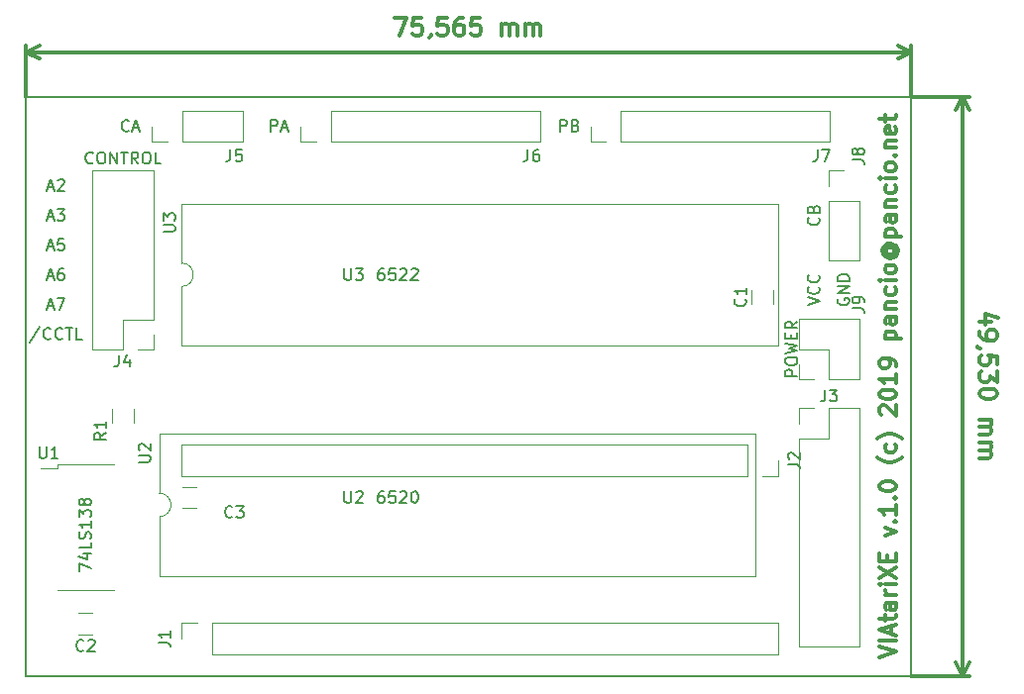
<source format=gbr>
G04 #@! TF.GenerationSoftware,KiCad,Pcbnew,5.0.2-bee76a0~70~ubuntu16.04.1*
G04 #@! TF.CreationDate,2019-06-09T20:50:42+02:00*
G04 #@! TF.ProjectId,VIAxe,56494178-652e-46b6-9963-61645f706362,rev?*
G04 #@! TF.SameCoordinates,Original*
G04 #@! TF.FileFunction,Legend,Top*
G04 #@! TF.FilePolarity,Positive*
%FSLAX46Y46*%
G04 Gerber Fmt 4.6, Leading zero omitted, Abs format (unit mm)*
G04 Created by KiCad (PCBNEW 5.0.2-bee76a0~70~ubuntu16.04.1) date nie, 9 cze 2019, 20:50:42*
%MOMM*%
%LPD*%
G01*
G04 APERTURE LIST*
%ADD10C,0.300000*%
%ADD11C,0.200000*%
%ADD12C,0.120000*%
%ADD13C,0.150000*%
G04 APERTURE END LIST*
D10*
X63881785Y-42798571D02*
X64881785Y-42798571D01*
X64238928Y-44298571D01*
X66167500Y-42798571D02*
X65453214Y-42798571D01*
X65381785Y-43512857D01*
X65453214Y-43441428D01*
X65596071Y-43370000D01*
X65953214Y-43370000D01*
X66096071Y-43441428D01*
X66167500Y-43512857D01*
X66238928Y-43655714D01*
X66238928Y-44012857D01*
X66167500Y-44155714D01*
X66096071Y-44227142D01*
X65953214Y-44298571D01*
X65596071Y-44298571D01*
X65453214Y-44227142D01*
X65381785Y-44155714D01*
X66953214Y-44227142D02*
X66953214Y-44298571D01*
X66881785Y-44441428D01*
X66810357Y-44512857D01*
X68310357Y-42798571D02*
X67596071Y-42798571D01*
X67524642Y-43512857D01*
X67596071Y-43441428D01*
X67738928Y-43370000D01*
X68096071Y-43370000D01*
X68238928Y-43441428D01*
X68310357Y-43512857D01*
X68381785Y-43655714D01*
X68381785Y-44012857D01*
X68310357Y-44155714D01*
X68238928Y-44227142D01*
X68096071Y-44298571D01*
X67738928Y-44298571D01*
X67596071Y-44227142D01*
X67524642Y-44155714D01*
X69667500Y-42798571D02*
X69381785Y-42798571D01*
X69238928Y-42870000D01*
X69167500Y-42941428D01*
X69024642Y-43155714D01*
X68953214Y-43441428D01*
X68953214Y-44012857D01*
X69024642Y-44155714D01*
X69096071Y-44227142D01*
X69238928Y-44298571D01*
X69524642Y-44298571D01*
X69667500Y-44227142D01*
X69738928Y-44155714D01*
X69810357Y-44012857D01*
X69810357Y-43655714D01*
X69738928Y-43512857D01*
X69667500Y-43441428D01*
X69524642Y-43370000D01*
X69238928Y-43370000D01*
X69096071Y-43441428D01*
X69024642Y-43512857D01*
X68953214Y-43655714D01*
X71167500Y-42798571D02*
X70453214Y-42798571D01*
X70381785Y-43512857D01*
X70453214Y-43441428D01*
X70596071Y-43370000D01*
X70953214Y-43370000D01*
X71096071Y-43441428D01*
X71167500Y-43512857D01*
X71238928Y-43655714D01*
X71238928Y-44012857D01*
X71167500Y-44155714D01*
X71096071Y-44227142D01*
X70953214Y-44298571D01*
X70596071Y-44298571D01*
X70453214Y-44227142D01*
X70381785Y-44155714D01*
X73024642Y-44298571D02*
X73024642Y-43298571D01*
X73024642Y-43441428D02*
X73096071Y-43370000D01*
X73238928Y-43298571D01*
X73453214Y-43298571D01*
X73596071Y-43370000D01*
X73667500Y-43512857D01*
X73667500Y-44298571D01*
X73667500Y-43512857D02*
X73738928Y-43370000D01*
X73881785Y-43298571D01*
X74096071Y-43298571D01*
X74238928Y-43370000D01*
X74310357Y-43512857D01*
X74310357Y-44298571D01*
X75024642Y-44298571D02*
X75024642Y-43298571D01*
X75024642Y-43441428D02*
X75096071Y-43370000D01*
X75238928Y-43298571D01*
X75453214Y-43298571D01*
X75596071Y-43370000D01*
X75667500Y-43512857D01*
X75667500Y-44298571D01*
X75667500Y-43512857D02*
X75738928Y-43370000D01*
X75881785Y-43298571D01*
X76096071Y-43298571D01*
X76238928Y-43370000D01*
X76310357Y-43512857D01*
X76310357Y-44298571D01*
X32385000Y-45720000D02*
X107950000Y-45720000D01*
X32385000Y-49530000D02*
X32385000Y-45133579D01*
X107950000Y-49530000D02*
X107950000Y-45133579D01*
X107950000Y-45720000D02*
X106823496Y-46306421D01*
X107950000Y-45720000D02*
X106823496Y-45133579D01*
X32385000Y-45720000D02*
X33511504Y-46306421D01*
X32385000Y-45720000D02*
X33511504Y-45133579D01*
X114816428Y-68795000D02*
X113816428Y-68795000D01*
X115387857Y-68437857D02*
X114316428Y-68080714D01*
X114316428Y-69009285D01*
X113816428Y-69652142D02*
X113816428Y-69937857D01*
X113887857Y-70080714D01*
X113959285Y-70152142D01*
X114173571Y-70295000D01*
X114459285Y-70366428D01*
X115030714Y-70366428D01*
X115173571Y-70295000D01*
X115245000Y-70223571D01*
X115316428Y-70080714D01*
X115316428Y-69795000D01*
X115245000Y-69652142D01*
X115173571Y-69580714D01*
X115030714Y-69509285D01*
X114673571Y-69509285D01*
X114530714Y-69580714D01*
X114459285Y-69652142D01*
X114387857Y-69795000D01*
X114387857Y-70080714D01*
X114459285Y-70223571D01*
X114530714Y-70295000D01*
X114673571Y-70366428D01*
X113887857Y-71080714D02*
X113816428Y-71080714D01*
X113673571Y-71009285D01*
X113602142Y-70937857D01*
X115316428Y-72437857D02*
X115316428Y-71723571D01*
X114602142Y-71652142D01*
X114673571Y-71723571D01*
X114745000Y-71866428D01*
X114745000Y-72223571D01*
X114673571Y-72366428D01*
X114602142Y-72437857D01*
X114459285Y-72509285D01*
X114102142Y-72509285D01*
X113959285Y-72437857D01*
X113887857Y-72366428D01*
X113816428Y-72223571D01*
X113816428Y-71866428D01*
X113887857Y-71723571D01*
X113959285Y-71652142D01*
X115316428Y-73009285D02*
X115316428Y-73937857D01*
X114745000Y-73437857D01*
X114745000Y-73652142D01*
X114673571Y-73795000D01*
X114602142Y-73866428D01*
X114459285Y-73937857D01*
X114102142Y-73937857D01*
X113959285Y-73866428D01*
X113887857Y-73795000D01*
X113816428Y-73652142D01*
X113816428Y-73223571D01*
X113887857Y-73080714D01*
X113959285Y-73009285D01*
X115316428Y-74866428D02*
X115316428Y-75009285D01*
X115245000Y-75152142D01*
X115173571Y-75223571D01*
X115030714Y-75295000D01*
X114745000Y-75366428D01*
X114387857Y-75366428D01*
X114102142Y-75295000D01*
X113959285Y-75223571D01*
X113887857Y-75152142D01*
X113816428Y-75009285D01*
X113816428Y-74866428D01*
X113887857Y-74723571D01*
X113959285Y-74652142D01*
X114102142Y-74580714D01*
X114387857Y-74509285D01*
X114745000Y-74509285D01*
X115030714Y-74580714D01*
X115173571Y-74652142D01*
X115245000Y-74723571D01*
X115316428Y-74866428D01*
X113816428Y-77152142D02*
X114816428Y-77152142D01*
X114673571Y-77152142D02*
X114745000Y-77223571D01*
X114816428Y-77366428D01*
X114816428Y-77580714D01*
X114745000Y-77723571D01*
X114602142Y-77795000D01*
X113816428Y-77795000D01*
X114602142Y-77795000D02*
X114745000Y-77866428D01*
X114816428Y-78009285D01*
X114816428Y-78223571D01*
X114745000Y-78366428D01*
X114602142Y-78437857D01*
X113816428Y-78437857D01*
X113816428Y-79152142D02*
X114816428Y-79152142D01*
X114673571Y-79152142D02*
X114745000Y-79223571D01*
X114816428Y-79366428D01*
X114816428Y-79580714D01*
X114745000Y-79723571D01*
X114602142Y-79795000D01*
X113816428Y-79795000D01*
X114602142Y-79795000D02*
X114745000Y-79866428D01*
X114816428Y-80009285D01*
X114816428Y-80223571D01*
X114745000Y-80366428D01*
X114602142Y-80437857D01*
X113816428Y-80437857D01*
X112395000Y-49530000D02*
X112395000Y-99060000D01*
X107950000Y-49530000D02*
X112981421Y-49530000D01*
X107950000Y-99060000D02*
X112981421Y-99060000D01*
X112395000Y-99060000D02*
X111808579Y-97933496D01*
X112395000Y-99060000D02*
X112981421Y-97933496D01*
X112395000Y-49530000D02*
X111808579Y-50656504D01*
X112395000Y-49530000D02*
X112981421Y-50656504D01*
D11*
X101735000Y-66801904D02*
X101687380Y-66897142D01*
X101687380Y-67040000D01*
X101735000Y-67182857D01*
X101830238Y-67278095D01*
X101925476Y-67325714D01*
X102115952Y-67373333D01*
X102258809Y-67373333D01*
X102449285Y-67325714D01*
X102544523Y-67278095D01*
X102639761Y-67182857D01*
X102687380Y-67040000D01*
X102687380Y-66944761D01*
X102639761Y-66801904D01*
X102592142Y-66754285D01*
X102258809Y-66754285D01*
X102258809Y-66944761D01*
X102687380Y-66325714D02*
X101687380Y-66325714D01*
X102687380Y-65754285D01*
X101687380Y-65754285D01*
X102687380Y-65278095D02*
X101687380Y-65278095D01*
X101687380Y-65040000D01*
X101735000Y-64897142D01*
X101830238Y-64801904D01*
X101925476Y-64754285D01*
X102115952Y-64706666D01*
X102258809Y-64706666D01*
X102449285Y-64754285D01*
X102544523Y-64801904D01*
X102639761Y-64897142D01*
X102687380Y-65040000D01*
X102687380Y-65278095D01*
X99147380Y-67373333D02*
X100147380Y-67040000D01*
X99147380Y-66706666D01*
X100052142Y-65801904D02*
X100099761Y-65849523D01*
X100147380Y-65992380D01*
X100147380Y-66087619D01*
X100099761Y-66230476D01*
X100004523Y-66325714D01*
X99909285Y-66373333D01*
X99718809Y-66420952D01*
X99575952Y-66420952D01*
X99385476Y-66373333D01*
X99290238Y-66325714D01*
X99195000Y-66230476D01*
X99147380Y-66087619D01*
X99147380Y-65992380D01*
X99195000Y-65849523D01*
X99242619Y-65801904D01*
X100052142Y-64801904D02*
X100099761Y-64849523D01*
X100147380Y-64992380D01*
X100147380Y-65087619D01*
X100099761Y-65230476D01*
X100004523Y-65325714D01*
X99909285Y-65373333D01*
X99718809Y-65420952D01*
X99575952Y-65420952D01*
X99385476Y-65373333D01*
X99290238Y-65325714D01*
X99195000Y-65230476D01*
X99147380Y-65087619D01*
X99147380Y-64992380D01*
X99195000Y-64849523D01*
X99242619Y-64801904D01*
X32385000Y-99060000D02*
X32385000Y-49530000D01*
X107950000Y-99060000D02*
X32385000Y-99060000D01*
X107950000Y-49530000D02*
X107950000Y-99060000D01*
X32385000Y-49530000D02*
X107950000Y-49530000D01*
D10*
X105278333Y-97461666D02*
X106678333Y-96995000D01*
X105278333Y-96528333D01*
X106678333Y-96061666D02*
X105278333Y-96061666D01*
X106278333Y-95461666D02*
X106278333Y-94795000D01*
X106678333Y-95595000D02*
X105278333Y-95128333D01*
X106678333Y-94661666D01*
X105745000Y-94395000D02*
X105745000Y-93861666D01*
X105278333Y-94195000D02*
X106478333Y-94195000D01*
X106611666Y-94128333D01*
X106678333Y-93995000D01*
X106678333Y-93861666D01*
X106678333Y-92795000D02*
X105945000Y-92795000D01*
X105811666Y-92861666D01*
X105745000Y-92995000D01*
X105745000Y-93261666D01*
X105811666Y-93395000D01*
X106611666Y-92795000D02*
X106678333Y-92928333D01*
X106678333Y-93261666D01*
X106611666Y-93395000D01*
X106478333Y-93461666D01*
X106345000Y-93461666D01*
X106211666Y-93395000D01*
X106145000Y-93261666D01*
X106145000Y-92928333D01*
X106078333Y-92795000D01*
X106678333Y-92128333D02*
X105745000Y-92128333D01*
X106011666Y-92128333D02*
X105878333Y-92061666D01*
X105811666Y-91995000D01*
X105745000Y-91861666D01*
X105745000Y-91728333D01*
X106678333Y-91261666D02*
X105745000Y-91261666D01*
X105278333Y-91261666D02*
X105345000Y-91328333D01*
X105411666Y-91261666D01*
X105345000Y-91195000D01*
X105278333Y-91261666D01*
X105411666Y-91261666D01*
X105278333Y-90728333D02*
X106678333Y-89795000D01*
X105278333Y-89795000D02*
X106678333Y-90728333D01*
X105945000Y-89261666D02*
X105945000Y-88795000D01*
X106678333Y-88595000D02*
X106678333Y-89261666D01*
X105278333Y-89261666D01*
X105278333Y-88595000D01*
X105745000Y-87061666D02*
X106678333Y-86728333D01*
X105745000Y-86395000D01*
X106545000Y-85861666D02*
X106611666Y-85795000D01*
X106678333Y-85861666D01*
X106611666Y-85928333D01*
X106545000Y-85861666D01*
X106678333Y-85861666D01*
X106678333Y-84461666D02*
X106678333Y-85261666D01*
X106678333Y-84861666D02*
X105278333Y-84861666D01*
X105478333Y-84995000D01*
X105611666Y-85128333D01*
X105678333Y-85261666D01*
X106545000Y-83861666D02*
X106611666Y-83795000D01*
X106678333Y-83861666D01*
X106611666Y-83928333D01*
X106545000Y-83861666D01*
X106678333Y-83861666D01*
X105278333Y-82928333D02*
X105278333Y-82795000D01*
X105345000Y-82661666D01*
X105411666Y-82595000D01*
X105545000Y-82528333D01*
X105811666Y-82461666D01*
X106145000Y-82461666D01*
X106411666Y-82528333D01*
X106545000Y-82595000D01*
X106611666Y-82661666D01*
X106678333Y-82795000D01*
X106678333Y-82928333D01*
X106611666Y-83061666D01*
X106545000Y-83128333D01*
X106411666Y-83195000D01*
X106145000Y-83261666D01*
X105811666Y-83261666D01*
X105545000Y-83195000D01*
X105411666Y-83128333D01*
X105345000Y-83061666D01*
X105278333Y-82928333D01*
X107211666Y-80395000D02*
X107145000Y-80461666D01*
X106945000Y-80595000D01*
X106811666Y-80661666D01*
X106611666Y-80728333D01*
X106278333Y-80795000D01*
X106011666Y-80795000D01*
X105678333Y-80728333D01*
X105478333Y-80661666D01*
X105345000Y-80595000D01*
X105145000Y-80461666D01*
X105078333Y-80395000D01*
X106611666Y-79261666D02*
X106678333Y-79395000D01*
X106678333Y-79661666D01*
X106611666Y-79795000D01*
X106545000Y-79861666D01*
X106411666Y-79928333D01*
X106011666Y-79928333D01*
X105878333Y-79861666D01*
X105811666Y-79795000D01*
X105745000Y-79661666D01*
X105745000Y-79395000D01*
X105811666Y-79261666D01*
X107211666Y-78795000D02*
X107145000Y-78728333D01*
X106945000Y-78595000D01*
X106811666Y-78528333D01*
X106611666Y-78461666D01*
X106278333Y-78395000D01*
X106011666Y-78395000D01*
X105678333Y-78461666D01*
X105478333Y-78528333D01*
X105345000Y-78595000D01*
X105145000Y-78728333D01*
X105078333Y-78795000D01*
X105411666Y-76728333D02*
X105345000Y-76661666D01*
X105278333Y-76528333D01*
X105278333Y-76195000D01*
X105345000Y-76061666D01*
X105411666Y-75995000D01*
X105545000Y-75928333D01*
X105678333Y-75928333D01*
X105878333Y-75995000D01*
X106678333Y-76795000D01*
X106678333Y-75928333D01*
X105278333Y-75061666D02*
X105278333Y-74928333D01*
X105345000Y-74795000D01*
X105411666Y-74728333D01*
X105545000Y-74661666D01*
X105811666Y-74595000D01*
X106145000Y-74595000D01*
X106411666Y-74661666D01*
X106545000Y-74728333D01*
X106611666Y-74795000D01*
X106678333Y-74928333D01*
X106678333Y-75061666D01*
X106611666Y-75195000D01*
X106545000Y-75261666D01*
X106411666Y-75328333D01*
X106145000Y-75395000D01*
X105811666Y-75395000D01*
X105545000Y-75328333D01*
X105411666Y-75261666D01*
X105345000Y-75195000D01*
X105278333Y-75061666D01*
X106678333Y-73261666D02*
X106678333Y-74061666D01*
X106678333Y-73661666D02*
X105278333Y-73661666D01*
X105478333Y-73795000D01*
X105611666Y-73928333D01*
X105678333Y-74061666D01*
X106678333Y-72595000D02*
X106678333Y-72328333D01*
X106611666Y-72195000D01*
X106545000Y-72128333D01*
X106345000Y-71995000D01*
X106078333Y-71928333D01*
X105545000Y-71928333D01*
X105411666Y-71995000D01*
X105345000Y-72061666D01*
X105278333Y-72195000D01*
X105278333Y-72461666D01*
X105345000Y-72595000D01*
X105411666Y-72661666D01*
X105545000Y-72728333D01*
X105878333Y-72728333D01*
X106011666Y-72661666D01*
X106078333Y-72595000D01*
X106145000Y-72461666D01*
X106145000Y-72195000D01*
X106078333Y-72061666D01*
X106011666Y-71995000D01*
X105878333Y-71928333D01*
X105745000Y-70261666D02*
X107145000Y-70261666D01*
X105811666Y-70261666D02*
X105745000Y-70128333D01*
X105745000Y-69861666D01*
X105811666Y-69728333D01*
X105878333Y-69661666D01*
X106011666Y-69595000D01*
X106411666Y-69595000D01*
X106545000Y-69661666D01*
X106611666Y-69728333D01*
X106678333Y-69861666D01*
X106678333Y-70128333D01*
X106611666Y-70261666D01*
X106678333Y-68395000D02*
X105945000Y-68395000D01*
X105811666Y-68461666D01*
X105745000Y-68595000D01*
X105745000Y-68861666D01*
X105811666Y-68995000D01*
X106611666Y-68395000D02*
X106678333Y-68528333D01*
X106678333Y-68861666D01*
X106611666Y-68995000D01*
X106478333Y-69061666D01*
X106345000Y-69061666D01*
X106211666Y-68995000D01*
X106145000Y-68861666D01*
X106145000Y-68528333D01*
X106078333Y-68395000D01*
X105745000Y-67728333D02*
X106678333Y-67728333D01*
X105878333Y-67728333D02*
X105811666Y-67661666D01*
X105745000Y-67528333D01*
X105745000Y-67328333D01*
X105811666Y-67195000D01*
X105945000Y-67128333D01*
X106678333Y-67128333D01*
X106611666Y-65861666D02*
X106678333Y-65995000D01*
X106678333Y-66261666D01*
X106611666Y-66395000D01*
X106545000Y-66461666D01*
X106411666Y-66528333D01*
X106011666Y-66528333D01*
X105878333Y-66461666D01*
X105811666Y-66395000D01*
X105745000Y-66261666D01*
X105745000Y-65995000D01*
X105811666Y-65861666D01*
X106678333Y-65261666D02*
X105745000Y-65261666D01*
X105278333Y-65261666D02*
X105345000Y-65328333D01*
X105411666Y-65261666D01*
X105345000Y-65195000D01*
X105278333Y-65261666D01*
X105411666Y-65261666D01*
X106678333Y-64395000D02*
X106611666Y-64528333D01*
X106545000Y-64595000D01*
X106411666Y-64661666D01*
X106011666Y-64661666D01*
X105878333Y-64595000D01*
X105811666Y-64528333D01*
X105745000Y-64395000D01*
X105745000Y-64195000D01*
X105811666Y-64061666D01*
X105878333Y-63995000D01*
X106011666Y-63928333D01*
X106411666Y-63928333D01*
X106545000Y-63995000D01*
X106611666Y-64061666D01*
X106678333Y-64195000D01*
X106678333Y-64395000D01*
X106011666Y-62461666D02*
X105945000Y-62528333D01*
X105878333Y-62661666D01*
X105878333Y-62795000D01*
X105945000Y-62928333D01*
X106011666Y-62995000D01*
X106145000Y-63061666D01*
X106278333Y-63061666D01*
X106411666Y-62995000D01*
X106478333Y-62928333D01*
X106545000Y-62795000D01*
X106545000Y-62661666D01*
X106478333Y-62528333D01*
X106411666Y-62461666D01*
X105878333Y-62461666D02*
X106411666Y-62461666D01*
X106478333Y-62395000D01*
X106478333Y-62328333D01*
X106411666Y-62195000D01*
X106278333Y-62128333D01*
X105945000Y-62128333D01*
X105745000Y-62261666D01*
X105611666Y-62461666D01*
X105545000Y-62728333D01*
X105611666Y-62995000D01*
X105745000Y-63195000D01*
X105945000Y-63328333D01*
X106211666Y-63395000D01*
X106478333Y-63328333D01*
X106678333Y-63195000D01*
X106811666Y-62995000D01*
X106878333Y-62728333D01*
X106811666Y-62461666D01*
X106678333Y-62261666D01*
X105745000Y-61528333D02*
X107145000Y-61528333D01*
X105811666Y-61528333D02*
X105745000Y-61395000D01*
X105745000Y-61128333D01*
X105811666Y-60995000D01*
X105878333Y-60928333D01*
X106011666Y-60861666D01*
X106411666Y-60861666D01*
X106545000Y-60928333D01*
X106611666Y-60995000D01*
X106678333Y-61128333D01*
X106678333Y-61395000D01*
X106611666Y-61528333D01*
X106678333Y-59661666D02*
X105945000Y-59661666D01*
X105811666Y-59728333D01*
X105745000Y-59861666D01*
X105745000Y-60128333D01*
X105811666Y-60261666D01*
X106611666Y-59661666D02*
X106678333Y-59795000D01*
X106678333Y-60128333D01*
X106611666Y-60261666D01*
X106478333Y-60328333D01*
X106345000Y-60328333D01*
X106211666Y-60261666D01*
X106145000Y-60128333D01*
X106145000Y-59795000D01*
X106078333Y-59661666D01*
X105745000Y-58995000D02*
X106678333Y-58995000D01*
X105878333Y-58995000D02*
X105811666Y-58928333D01*
X105745000Y-58795000D01*
X105745000Y-58595000D01*
X105811666Y-58461666D01*
X105945000Y-58395000D01*
X106678333Y-58395000D01*
X106611666Y-57128333D02*
X106678333Y-57261666D01*
X106678333Y-57528333D01*
X106611666Y-57661666D01*
X106545000Y-57728333D01*
X106411666Y-57795000D01*
X106011666Y-57795000D01*
X105878333Y-57728333D01*
X105811666Y-57661666D01*
X105745000Y-57528333D01*
X105745000Y-57261666D01*
X105811666Y-57128333D01*
X106678333Y-56528333D02*
X105745000Y-56528333D01*
X105278333Y-56528333D02*
X105345000Y-56595000D01*
X105411666Y-56528333D01*
X105345000Y-56461666D01*
X105278333Y-56528333D01*
X105411666Y-56528333D01*
X106678333Y-55661666D02*
X106611666Y-55795000D01*
X106545000Y-55861666D01*
X106411666Y-55928333D01*
X106011666Y-55928333D01*
X105878333Y-55861666D01*
X105811666Y-55795000D01*
X105745000Y-55661666D01*
X105745000Y-55461666D01*
X105811666Y-55328333D01*
X105878333Y-55261666D01*
X106011666Y-55195000D01*
X106411666Y-55195000D01*
X106545000Y-55261666D01*
X106611666Y-55328333D01*
X106678333Y-55461666D01*
X106678333Y-55661666D01*
X106545000Y-54595000D02*
X106611666Y-54528333D01*
X106678333Y-54595000D01*
X106611666Y-54661666D01*
X106545000Y-54595000D01*
X106678333Y-54595000D01*
X105745000Y-53928333D02*
X106678333Y-53928333D01*
X105878333Y-53928333D02*
X105811666Y-53861666D01*
X105745000Y-53728333D01*
X105745000Y-53528333D01*
X105811666Y-53395000D01*
X105945000Y-53328333D01*
X106678333Y-53328333D01*
X106611666Y-52128333D02*
X106678333Y-52261666D01*
X106678333Y-52528333D01*
X106611666Y-52661666D01*
X106478333Y-52728333D01*
X105945000Y-52728333D01*
X105811666Y-52661666D01*
X105745000Y-52528333D01*
X105745000Y-52261666D01*
X105811666Y-52128333D01*
X105945000Y-52061666D01*
X106078333Y-52061666D01*
X106211666Y-52728333D01*
X105745000Y-51661666D02*
X105745000Y-51128333D01*
X105278333Y-51461666D02*
X106478333Y-51461666D01*
X106611666Y-51395000D01*
X106678333Y-51261666D01*
X106678333Y-51128333D01*
D11*
X34210714Y-67476666D02*
X34686904Y-67476666D01*
X34115476Y-67762380D02*
X34448809Y-66762380D01*
X34782142Y-67762380D01*
X35020238Y-66762380D02*
X35686904Y-66762380D01*
X35258333Y-67762380D01*
X33567857Y-69254761D02*
X32710714Y-70540476D01*
X34472619Y-70207142D02*
X34425000Y-70254761D01*
X34282142Y-70302380D01*
X34186904Y-70302380D01*
X34044047Y-70254761D01*
X33948809Y-70159523D01*
X33901190Y-70064285D01*
X33853571Y-69873809D01*
X33853571Y-69730952D01*
X33901190Y-69540476D01*
X33948809Y-69445238D01*
X34044047Y-69350000D01*
X34186904Y-69302380D01*
X34282142Y-69302380D01*
X34425000Y-69350000D01*
X34472619Y-69397619D01*
X35472619Y-70207142D02*
X35425000Y-70254761D01*
X35282142Y-70302380D01*
X35186904Y-70302380D01*
X35044047Y-70254761D01*
X34948809Y-70159523D01*
X34901190Y-70064285D01*
X34853571Y-69873809D01*
X34853571Y-69730952D01*
X34901190Y-69540476D01*
X34948809Y-69445238D01*
X35044047Y-69350000D01*
X35186904Y-69302380D01*
X35282142Y-69302380D01*
X35425000Y-69350000D01*
X35472619Y-69397619D01*
X35758333Y-69302380D02*
X36329761Y-69302380D01*
X36044047Y-70302380D02*
X36044047Y-69302380D01*
X37139285Y-70302380D02*
X36663095Y-70302380D01*
X36663095Y-69302380D01*
X34210714Y-62396666D02*
X34686904Y-62396666D01*
X34115476Y-62682380D02*
X34448809Y-61682380D01*
X34782142Y-62682380D01*
X35591666Y-61682380D02*
X35115476Y-61682380D01*
X35067857Y-62158571D01*
X35115476Y-62110952D01*
X35210714Y-62063333D01*
X35448809Y-62063333D01*
X35544047Y-62110952D01*
X35591666Y-62158571D01*
X35639285Y-62253809D01*
X35639285Y-62491904D01*
X35591666Y-62587142D01*
X35544047Y-62634761D01*
X35448809Y-62682380D01*
X35210714Y-62682380D01*
X35115476Y-62634761D01*
X35067857Y-62587142D01*
X34210714Y-64936666D02*
X34686904Y-64936666D01*
X34115476Y-65222380D02*
X34448809Y-64222380D01*
X34782142Y-65222380D01*
X35544047Y-64222380D02*
X35353571Y-64222380D01*
X35258333Y-64270000D01*
X35210714Y-64317619D01*
X35115476Y-64460476D01*
X35067857Y-64650952D01*
X35067857Y-65031904D01*
X35115476Y-65127142D01*
X35163095Y-65174761D01*
X35258333Y-65222380D01*
X35448809Y-65222380D01*
X35544047Y-65174761D01*
X35591666Y-65127142D01*
X35639285Y-65031904D01*
X35639285Y-64793809D01*
X35591666Y-64698571D01*
X35544047Y-64650952D01*
X35448809Y-64603333D01*
X35258333Y-64603333D01*
X35163095Y-64650952D01*
X35115476Y-64698571D01*
X35067857Y-64793809D01*
X34210714Y-59856666D02*
X34686904Y-59856666D01*
X34115476Y-60142380D02*
X34448809Y-59142380D01*
X34782142Y-60142380D01*
X35020238Y-59142380D02*
X35639285Y-59142380D01*
X35305952Y-59523333D01*
X35448809Y-59523333D01*
X35544047Y-59570952D01*
X35591666Y-59618571D01*
X35639285Y-59713809D01*
X35639285Y-59951904D01*
X35591666Y-60047142D01*
X35544047Y-60094761D01*
X35448809Y-60142380D01*
X35163095Y-60142380D01*
X35067857Y-60094761D01*
X35020238Y-60047142D01*
X34210714Y-57316666D02*
X34686904Y-57316666D01*
X34115476Y-57602380D02*
X34448809Y-56602380D01*
X34782142Y-57602380D01*
X35067857Y-56697619D02*
X35115476Y-56650000D01*
X35210714Y-56602380D01*
X35448809Y-56602380D01*
X35544047Y-56650000D01*
X35591666Y-56697619D01*
X35639285Y-56792857D01*
X35639285Y-56888095D01*
X35591666Y-57030952D01*
X35020238Y-57602380D01*
X35639285Y-57602380D01*
D12*
G04 #@! TO.C,U2*
X43755000Y-78395000D02*
X43755000Y-83455000D01*
X94675000Y-78395000D02*
X43755000Y-78395000D01*
X94675000Y-90515000D02*
X94675000Y-78395000D01*
X43755000Y-90515000D02*
X94675000Y-90515000D01*
X43755000Y-85455000D02*
X43755000Y-90515000D01*
X43755000Y-83455000D02*
G75*
G02X43755000Y-85455000I0J-1000000D01*
G01*
G04 #@! TO.C,U3*
X45660000Y-63770000D02*
G75*
G02X45660000Y-65770000I0J-1000000D01*
G01*
X45660000Y-65770000D02*
X45660000Y-70830000D01*
X45660000Y-70830000D02*
X96580000Y-70830000D01*
X96580000Y-70830000D02*
X96580000Y-58710000D01*
X96580000Y-58710000D02*
X45660000Y-58710000D01*
X45660000Y-58710000D02*
X45660000Y-63770000D01*
G04 #@! TO.C,J1*
X48260000Y-97215000D02*
X48260000Y-94555000D01*
X48260000Y-97215000D02*
X96580000Y-97215000D01*
X96580000Y-97215000D02*
X96580000Y-94555000D01*
X48260000Y-94555000D02*
X96580000Y-94555000D01*
X45660000Y-94555000D02*
X46990000Y-94555000D01*
X45660000Y-95885000D02*
X45660000Y-94555000D01*
G04 #@! TO.C,J2*
X96580000Y-80645000D02*
X96580000Y-81975000D01*
X96580000Y-81975000D02*
X95250000Y-81975000D01*
X93980000Y-81975000D02*
X45660000Y-81975000D01*
X45660000Y-79315000D02*
X45660000Y-81975000D01*
X93980000Y-79315000D02*
X45660000Y-79315000D01*
X93980000Y-79315000D02*
X93980000Y-81975000D01*
G04 #@! TO.C,J3*
X98365000Y-96580000D02*
X103565000Y-96580000D01*
X98365000Y-78740000D02*
X98365000Y-96580000D01*
X103565000Y-76140000D02*
X103565000Y-96580000D01*
X98365000Y-78740000D02*
X100965000Y-78740000D01*
X100965000Y-78740000D02*
X100965000Y-76140000D01*
X100965000Y-76140000D02*
X103565000Y-76140000D01*
X98365000Y-77470000D02*
X98365000Y-76140000D01*
X98365000Y-76140000D02*
X99695000Y-76140000D01*
G04 #@! TO.C,C1*
X94340000Y-67277064D02*
X94340000Y-66072936D01*
X96160000Y-67277064D02*
X96160000Y-66072936D01*
G04 #@! TO.C,C2*
X38067064Y-93705000D02*
X36862936Y-93705000D01*
X38067064Y-95525000D02*
X36862936Y-95525000D01*
G04 #@! TO.C,C3*
X45752936Y-82910000D02*
X46957064Y-82910000D01*
X45752936Y-84730000D02*
X46957064Y-84730000D01*
G04 #@! TO.C,R1*
X39730000Y-77437064D02*
X39730000Y-76232936D01*
X41550000Y-77437064D02*
X41550000Y-76232936D01*
G04 #@! TO.C,J5*
X50860000Y-53400000D02*
X50860000Y-50740000D01*
X45720000Y-53400000D02*
X50860000Y-53400000D01*
X45720000Y-50740000D02*
X50860000Y-50740000D01*
X45720000Y-53400000D02*
X45720000Y-50740000D01*
X44450000Y-53400000D02*
X43120000Y-53400000D01*
X43120000Y-53400000D02*
X43120000Y-52070000D01*
G04 #@! TO.C,J6*
X76260000Y-53400000D02*
X76260000Y-50740000D01*
X58420000Y-53400000D02*
X76260000Y-53400000D01*
X58420000Y-50740000D02*
X76260000Y-50740000D01*
X58420000Y-53400000D02*
X58420000Y-50740000D01*
X57150000Y-53400000D02*
X55820000Y-53400000D01*
X55820000Y-53400000D02*
X55820000Y-52070000D01*
G04 #@! TO.C,J7*
X80585000Y-53400000D02*
X80585000Y-52070000D01*
X81915000Y-53400000D02*
X80585000Y-53400000D01*
X83185000Y-53400000D02*
X83185000Y-50740000D01*
X83185000Y-50740000D02*
X101025000Y-50740000D01*
X83185000Y-53400000D02*
X101025000Y-53400000D01*
X101025000Y-53400000D02*
X101025000Y-50740000D01*
G04 #@! TO.C,J8*
X100905000Y-55820000D02*
X102235000Y-55820000D01*
X100905000Y-57150000D02*
X100905000Y-55820000D01*
X100905000Y-58420000D02*
X103565000Y-58420000D01*
X103565000Y-58420000D02*
X103565000Y-63560000D01*
X100905000Y-58420000D02*
X100905000Y-63560000D01*
X100905000Y-63560000D02*
X103565000Y-63560000D01*
G04 #@! TO.C,U1*
X35065000Y-80960000D02*
X35065000Y-81360000D01*
X35065000Y-81360000D02*
X33665000Y-81360000D01*
X35065000Y-80960000D02*
X39865000Y-80960000D01*
X35065000Y-91760000D02*
X39865000Y-91760000D01*
G04 #@! TO.C,J4*
X43240000Y-55820000D02*
X38040000Y-55820000D01*
X43240000Y-68580000D02*
X43240000Y-55820000D01*
X38040000Y-71180000D02*
X38040000Y-55820000D01*
X43240000Y-68580000D02*
X40640000Y-68580000D01*
X40640000Y-68580000D02*
X40640000Y-71180000D01*
X40640000Y-71180000D02*
X38040000Y-71180000D01*
X43240000Y-69850000D02*
X43240000Y-71180000D01*
X43240000Y-71180000D02*
X41910000Y-71180000D01*
G04 #@! TO.C,J9*
X103565000Y-73720000D02*
X103565000Y-68520000D01*
X100965000Y-73720000D02*
X103565000Y-73720000D01*
X98365000Y-68520000D02*
X103565000Y-68520000D01*
X100965000Y-73720000D02*
X100965000Y-71120000D01*
X100965000Y-71120000D02*
X98365000Y-71120000D01*
X98365000Y-71120000D02*
X98365000Y-68520000D01*
X99695000Y-73720000D02*
X98365000Y-73720000D01*
X98365000Y-73720000D02*
X98365000Y-72390000D01*
G04 #@! TO.C,U2*
D13*
X41997380Y-80771904D02*
X42806904Y-80771904D01*
X42902142Y-80724285D01*
X42949761Y-80676666D01*
X42997380Y-80581428D01*
X42997380Y-80390952D01*
X42949761Y-80295714D01*
X42902142Y-80248095D01*
X42806904Y-80200476D01*
X41997380Y-80200476D01*
X42092619Y-79771904D02*
X42045000Y-79724285D01*
X41997380Y-79629047D01*
X41997380Y-79390952D01*
X42045000Y-79295714D01*
X42092619Y-79248095D01*
X42187857Y-79200476D01*
X42283095Y-79200476D01*
X42425952Y-79248095D01*
X42997380Y-79819523D01*
X42997380Y-79200476D01*
X62896904Y-83272380D02*
X62706428Y-83272380D01*
X62611190Y-83320000D01*
X62563571Y-83367619D01*
X62468333Y-83510476D01*
X62420714Y-83700952D01*
X62420714Y-84081904D01*
X62468333Y-84177142D01*
X62515952Y-84224761D01*
X62611190Y-84272380D01*
X62801666Y-84272380D01*
X62896904Y-84224761D01*
X62944523Y-84177142D01*
X62992142Y-84081904D01*
X62992142Y-83843809D01*
X62944523Y-83748571D01*
X62896904Y-83700952D01*
X62801666Y-83653333D01*
X62611190Y-83653333D01*
X62515952Y-83700952D01*
X62468333Y-83748571D01*
X62420714Y-83843809D01*
X63896904Y-83272380D02*
X63420714Y-83272380D01*
X63373095Y-83748571D01*
X63420714Y-83700952D01*
X63515952Y-83653333D01*
X63754047Y-83653333D01*
X63849285Y-83700952D01*
X63896904Y-83748571D01*
X63944523Y-83843809D01*
X63944523Y-84081904D01*
X63896904Y-84177142D01*
X63849285Y-84224761D01*
X63754047Y-84272380D01*
X63515952Y-84272380D01*
X63420714Y-84224761D01*
X63373095Y-84177142D01*
X64325476Y-83367619D02*
X64373095Y-83320000D01*
X64468333Y-83272380D01*
X64706428Y-83272380D01*
X64801666Y-83320000D01*
X64849285Y-83367619D01*
X64896904Y-83462857D01*
X64896904Y-83558095D01*
X64849285Y-83700952D01*
X64277857Y-84272380D01*
X64896904Y-84272380D01*
X65515952Y-83272380D02*
X65611190Y-83272380D01*
X65706428Y-83320000D01*
X65754047Y-83367619D01*
X65801666Y-83462857D01*
X65849285Y-83653333D01*
X65849285Y-83891428D01*
X65801666Y-84081904D01*
X65754047Y-84177142D01*
X65706428Y-84224761D01*
X65611190Y-84272380D01*
X65515952Y-84272380D01*
X65420714Y-84224761D01*
X65373095Y-84177142D01*
X65325476Y-84081904D01*
X65277857Y-83891428D01*
X65277857Y-83653333D01*
X65325476Y-83462857D01*
X65373095Y-83367619D01*
X65420714Y-83320000D01*
X65515952Y-83272380D01*
X59563095Y-83272380D02*
X59563095Y-84081904D01*
X59610714Y-84177142D01*
X59658333Y-84224761D01*
X59753571Y-84272380D01*
X59944047Y-84272380D01*
X60039285Y-84224761D01*
X60086904Y-84177142D01*
X60134523Y-84081904D01*
X60134523Y-83272380D01*
X60563095Y-83367619D02*
X60610714Y-83320000D01*
X60705952Y-83272380D01*
X60944047Y-83272380D01*
X61039285Y-83320000D01*
X61086904Y-83367619D01*
X61134523Y-83462857D01*
X61134523Y-83558095D01*
X61086904Y-83700952D01*
X60515476Y-84272380D01*
X61134523Y-84272380D01*
G04 #@! TO.C,U3*
X44112380Y-61086904D02*
X44921904Y-61086904D01*
X45017142Y-61039285D01*
X45064761Y-60991666D01*
X45112380Y-60896428D01*
X45112380Y-60705952D01*
X45064761Y-60610714D01*
X45017142Y-60563095D01*
X44921904Y-60515476D01*
X44112380Y-60515476D01*
X44112380Y-60134523D02*
X44112380Y-59515476D01*
X44493333Y-59848809D01*
X44493333Y-59705952D01*
X44540952Y-59610714D01*
X44588571Y-59563095D01*
X44683809Y-59515476D01*
X44921904Y-59515476D01*
X45017142Y-59563095D01*
X45064761Y-59610714D01*
X45112380Y-59705952D01*
X45112380Y-59991666D01*
X45064761Y-60086904D01*
X45017142Y-60134523D01*
X62896904Y-64222380D02*
X62706428Y-64222380D01*
X62611190Y-64270000D01*
X62563571Y-64317619D01*
X62468333Y-64460476D01*
X62420714Y-64650952D01*
X62420714Y-65031904D01*
X62468333Y-65127142D01*
X62515952Y-65174761D01*
X62611190Y-65222380D01*
X62801666Y-65222380D01*
X62896904Y-65174761D01*
X62944523Y-65127142D01*
X62992142Y-65031904D01*
X62992142Y-64793809D01*
X62944523Y-64698571D01*
X62896904Y-64650952D01*
X62801666Y-64603333D01*
X62611190Y-64603333D01*
X62515952Y-64650952D01*
X62468333Y-64698571D01*
X62420714Y-64793809D01*
X63896904Y-64222380D02*
X63420714Y-64222380D01*
X63373095Y-64698571D01*
X63420714Y-64650952D01*
X63515952Y-64603333D01*
X63754047Y-64603333D01*
X63849285Y-64650952D01*
X63896904Y-64698571D01*
X63944523Y-64793809D01*
X63944523Y-65031904D01*
X63896904Y-65127142D01*
X63849285Y-65174761D01*
X63754047Y-65222380D01*
X63515952Y-65222380D01*
X63420714Y-65174761D01*
X63373095Y-65127142D01*
X64325476Y-64317619D02*
X64373095Y-64270000D01*
X64468333Y-64222380D01*
X64706428Y-64222380D01*
X64801666Y-64270000D01*
X64849285Y-64317619D01*
X64896904Y-64412857D01*
X64896904Y-64508095D01*
X64849285Y-64650952D01*
X64277857Y-65222380D01*
X64896904Y-65222380D01*
X65277857Y-64317619D02*
X65325476Y-64270000D01*
X65420714Y-64222380D01*
X65658809Y-64222380D01*
X65754047Y-64270000D01*
X65801666Y-64317619D01*
X65849285Y-64412857D01*
X65849285Y-64508095D01*
X65801666Y-64650952D01*
X65230238Y-65222380D01*
X65849285Y-65222380D01*
X59563095Y-64222380D02*
X59563095Y-65031904D01*
X59610714Y-65127142D01*
X59658333Y-65174761D01*
X59753571Y-65222380D01*
X59944047Y-65222380D01*
X60039285Y-65174761D01*
X60086904Y-65127142D01*
X60134523Y-65031904D01*
X60134523Y-64222380D01*
X60515476Y-64222380D02*
X61134523Y-64222380D01*
X60801190Y-64603333D01*
X60944047Y-64603333D01*
X61039285Y-64650952D01*
X61086904Y-64698571D01*
X61134523Y-64793809D01*
X61134523Y-65031904D01*
X61086904Y-65127142D01*
X61039285Y-65174761D01*
X60944047Y-65222380D01*
X60658333Y-65222380D01*
X60563095Y-65174761D01*
X60515476Y-65127142D01*
G04 #@! TO.C,J1*
X43672380Y-96218333D02*
X44386666Y-96218333D01*
X44529523Y-96265952D01*
X44624761Y-96361190D01*
X44672380Y-96504047D01*
X44672380Y-96599285D01*
X44672380Y-95218333D02*
X44672380Y-95789761D01*
X44672380Y-95504047D02*
X43672380Y-95504047D01*
X43815238Y-95599285D01*
X43910476Y-95694523D01*
X43958095Y-95789761D01*
G04 #@! TO.C,J2*
X97472380Y-80978333D02*
X98186666Y-80978333D01*
X98329523Y-81025952D01*
X98424761Y-81121190D01*
X98472380Y-81264047D01*
X98472380Y-81359285D01*
X97567619Y-80549761D02*
X97520000Y-80502142D01*
X97472380Y-80406904D01*
X97472380Y-80168809D01*
X97520000Y-80073571D01*
X97567619Y-80025952D01*
X97662857Y-79978333D01*
X97758095Y-79978333D01*
X97900952Y-80025952D01*
X98472380Y-80597380D01*
X98472380Y-79978333D01*
G04 #@! TO.C,J3*
X100631666Y-74592380D02*
X100631666Y-75306666D01*
X100584047Y-75449523D01*
X100488809Y-75544761D01*
X100345952Y-75592380D01*
X100250714Y-75592380D01*
X101012619Y-74592380D02*
X101631666Y-74592380D01*
X101298333Y-74973333D01*
X101441190Y-74973333D01*
X101536428Y-75020952D01*
X101584047Y-75068571D01*
X101631666Y-75163809D01*
X101631666Y-75401904D01*
X101584047Y-75497142D01*
X101536428Y-75544761D01*
X101441190Y-75592380D01*
X101155476Y-75592380D01*
X101060238Y-75544761D01*
X101012619Y-75497142D01*
G04 #@! TO.C,C1*
X93787142Y-66841666D02*
X93834761Y-66889285D01*
X93882380Y-67032142D01*
X93882380Y-67127380D01*
X93834761Y-67270238D01*
X93739523Y-67365476D01*
X93644285Y-67413095D01*
X93453809Y-67460714D01*
X93310952Y-67460714D01*
X93120476Y-67413095D01*
X93025238Y-67365476D01*
X92930000Y-67270238D01*
X92882380Y-67127380D01*
X92882380Y-67032142D01*
X92930000Y-66889285D01*
X92977619Y-66841666D01*
X93882380Y-65889285D02*
X93882380Y-66460714D01*
X93882380Y-66175000D02*
X92882380Y-66175000D01*
X93025238Y-66270238D01*
X93120476Y-66365476D01*
X93168095Y-66460714D01*
G04 #@! TO.C,C2*
X37298333Y-96877142D02*
X37250714Y-96924761D01*
X37107857Y-96972380D01*
X37012619Y-96972380D01*
X36869761Y-96924761D01*
X36774523Y-96829523D01*
X36726904Y-96734285D01*
X36679285Y-96543809D01*
X36679285Y-96400952D01*
X36726904Y-96210476D01*
X36774523Y-96115238D01*
X36869761Y-96020000D01*
X37012619Y-95972380D01*
X37107857Y-95972380D01*
X37250714Y-96020000D01*
X37298333Y-96067619D01*
X37679285Y-96067619D02*
X37726904Y-96020000D01*
X37822142Y-95972380D01*
X38060238Y-95972380D01*
X38155476Y-96020000D01*
X38203095Y-96067619D01*
X38250714Y-96162857D01*
X38250714Y-96258095D01*
X38203095Y-96400952D01*
X37631666Y-96972380D01*
X38250714Y-96972380D01*
G04 #@! TO.C,C3*
X49998333Y-85447142D02*
X49950714Y-85494761D01*
X49807857Y-85542380D01*
X49712619Y-85542380D01*
X49569761Y-85494761D01*
X49474523Y-85399523D01*
X49426904Y-85304285D01*
X49379285Y-85113809D01*
X49379285Y-84970952D01*
X49426904Y-84780476D01*
X49474523Y-84685238D01*
X49569761Y-84590000D01*
X49712619Y-84542380D01*
X49807857Y-84542380D01*
X49950714Y-84590000D01*
X49998333Y-84637619D01*
X50331666Y-84542380D02*
X50950714Y-84542380D01*
X50617380Y-84923333D01*
X50760238Y-84923333D01*
X50855476Y-84970952D01*
X50903095Y-85018571D01*
X50950714Y-85113809D01*
X50950714Y-85351904D01*
X50903095Y-85447142D01*
X50855476Y-85494761D01*
X50760238Y-85542380D01*
X50474523Y-85542380D01*
X50379285Y-85494761D01*
X50331666Y-85447142D01*
G04 #@! TO.C,R1*
X39187380Y-78271666D02*
X38711190Y-78605000D01*
X39187380Y-78843095D02*
X38187380Y-78843095D01*
X38187380Y-78462142D01*
X38235000Y-78366904D01*
X38282619Y-78319285D01*
X38377857Y-78271666D01*
X38520714Y-78271666D01*
X38615952Y-78319285D01*
X38663571Y-78366904D01*
X38711190Y-78462142D01*
X38711190Y-78843095D01*
X39187380Y-77319285D02*
X39187380Y-77890714D01*
X39187380Y-77605000D02*
X38187380Y-77605000D01*
X38330238Y-77700238D01*
X38425476Y-77795476D01*
X38473095Y-77890714D01*
G04 #@! TO.C,J5*
X49831666Y-54062380D02*
X49831666Y-54776666D01*
X49784047Y-54919523D01*
X49688809Y-55014761D01*
X49545952Y-55062380D01*
X49450714Y-55062380D01*
X50784047Y-54062380D02*
X50307857Y-54062380D01*
X50260238Y-54538571D01*
X50307857Y-54490952D01*
X50403095Y-54443333D01*
X50641190Y-54443333D01*
X50736428Y-54490952D01*
X50784047Y-54538571D01*
X50831666Y-54633809D01*
X50831666Y-54871904D01*
X50784047Y-54967142D01*
X50736428Y-55014761D01*
X50641190Y-55062380D01*
X50403095Y-55062380D01*
X50307857Y-55014761D01*
X50260238Y-54967142D01*
X41155952Y-52427142D02*
X41108333Y-52474761D01*
X40965476Y-52522380D01*
X40870238Y-52522380D01*
X40727380Y-52474761D01*
X40632142Y-52379523D01*
X40584523Y-52284285D01*
X40536904Y-52093809D01*
X40536904Y-51950952D01*
X40584523Y-51760476D01*
X40632142Y-51665238D01*
X40727380Y-51570000D01*
X40870238Y-51522380D01*
X40965476Y-51522380D01*
X41108333Y-51570000D01*
X41155952Y-51617619D01*
X41536904Y-52236666D02*
X42013095Y-52236666D01*
X41441666Y-52522380D02*
X41775000Y-51522380D01*
X42108333Y-52522380D01*
G04 #@! TO.C,J6*
X75231666Y-54062380D02*
X75231666Y-54776666D01*
X75184047Y-54919523D01*
X75088809Y-55014761D01*
X74945952Y-55062380D01*
X74850714Y-55062380D01*
X76136428Y-54062380D02*
X75945952Y-54062380D01*
X75850714Y-54110000D01*
X75803095Y-54157619D01*
X75707857Y-54300476D01*
X75660238Y-54490952D01*
X75660238Y-54871904D01*
X75707857Y-54967142D01*
X75755476Y-55014761D01*
X75850714Y-55062380D01*
X76041190Y-55062380D01*
X76136428Y-55014761D01*
X76184047Y-54967142D01*
X76231666Y-54871904D01*
X76231666Y-54633809D01*
X76184047Y-54538571D01*
X76136428Y-54490952D01*
X76041190Y-54443333D01*
X75850714Y-54443333D01*
X75755476Y-54490952D01*
X75707857Y-54538571D01*
X75660238Y-54633809D01*
X53284523Y-52522380D02*
X53284523Y-51522380D01*
X53665476Y-51522380D01*
X53760714Y-51570000D01*
X53808333Y-51617619D01*
X53855952Y-51712857D01*
X53855952Y-51855714D01*
X53808333Y-51950952D01*
X53760714Y-51998571D01*
X53665476Y-52046190D01*
X53284523Y-52046190D01*
X54236904Y-52236666D02*
X54713095Y-52236666D01*
X54141666Y-52522380D02*
X54475000Y-51522380D01*
X54808333Y-52522380D01*
G04 #@! TO.C,J7*
X99996666Y-54062380D02*
X99996666Y-54776666D01*
X99949047Y-54919523D01*
X99853809Y-55014761D01*
X99710952Y-55062380D01*
X99615714Y-55062380D01*
X100377619Y-54062380D02*
X101044285Y-54062380D01*
X100615714Y-55062380D01*
X77978095Y-52522380D02*
X77978095Y-51522380D01*
X78359047Y-51522380D01*
X78454285Y-51570000D01*
X78501904Y-51617619D01*
X78549523Y-51712857D01*
X78549523Y-51855714D01*
X78501904Y-51950952D01*
X78454285Y-51998571D01*
X78359047Y-52046190D01*
X77978095Y-52046190D01*
X79311428Y-51998571D02*
X79454285Y-52046190D01*
X79501904Y-52093809D01*
X79549523Y-52189047D01*
X79549523Y-52331904D01*
X79501904Y-52427142D01*
X79454285Y-52474761D01*
X79359047Y-52522380D01*
X78978095Y-52522380D01*
X78978095Y-51522380D01*
X79311428Y-51522380D01*
X79406666Y-51570000D01*
X79454285Y-51617619D01*
X79501904Y-51712857D01*
X79501904Y-51808095D01*
X79454285Y-51903333D01*
X79406666Y-51950952D01*
X79311428Y-51998571D01*
X78978095Y-51998571D01*
G04 #@! TO.C,J8*
X102957380Y-54943333D02*
X103671666Y-54943333D01*
X103814523Y-54990952D01*
X103909761Y-55086190D01*
X103957380Y-55229047D01*
X103957380Y-55324285D01*
X103385952Y-54324285D02*
X103338333Y-54419523D01*
X103290714Y-54467142D01*
X103195476Y-54514761D01*
X103147857Y-54514761D01*
X103052619Y-54467142D01*
X103005000Y-54419523D01*
X102957380Y-54324285D01*
X102957380Y-54133809D01*
X103005000Y-54038571D01*
X103052619Y-53990952D01*
X103147857Y-53943333D01*
X103195476Y-53943333D01*
X103290714Y-53990952D01*
X103338333Y-54038571D01*
X103385952Y-54133809D01*
X103385952Y-54324285D01*
X103433571Y-54419523D01*
X103481190Y-54467142D01*
X103576428Y-54514761D01*
X103766904Y-54514761D01*
X103862142Y-54467142D01*
X103909761Y-54419523D01*
X103957380Y-54324285D01*
X103957380Y-54133809D01*
X103909761Y-54038571D01*
X103862142Y-53990952D01*
X103766904Y-53943333D01*
X103576428Y-53943333D01*
X103481190Y-53990952D01*
X103433571Y-54038571D01*
X103385952Y-54133809D01*
X100052142Y-59880476D02*
X100099761Y-59928095D01*
X100147380Y-60070952D01*
X100147380Y-60166190D01*
X100099761Y-60309047D01*
X100004523Y-60404285D01*
X99909285Y-60451904D01*
X99718809Y-60499523D01*
X99575952Y-60499523D01*
X99385476Y-60451904D01*
X99290238Y-60404285D01*
X99195000Y-60309047D01*
X99147380Y-60166190D01*
X99147380Y-60070952D01*
X99195000Y-59928095D01*
X99242619Y-59880476D01*
X99623571Y-59118571D02*
X99671190Y-58975714D01*
X99718809Y-58928095D01*
X99814047Y-58880476D01*
X99956904Y-58880476D01*
X100052142Y-58928095D01*
X100099761Y-58975714D01*
X100147380Y-59070952D01*
X100147380Y-59451904D01*
X99147380Y-59451904D01*
X99147380Y-59118571D01*
X99195000Y-59023333D01*
X99242619Y-58975714D01*
X99337857Y-58928095D01*
X99433095Y-58928095D01*
X99528333Y-58975714D01*
X99575952Y-59023333D01*
X99623571Y-59118571D01*
X99623571Y-59451904D01*
G04 #@! TO.C,U1*
X33528095Y-79462380D02*
X33528095Y-80271904D01*
X33575714Y-80367142D01*
X33623333Y-80414761D01*
X33718571Y-80462380D01*
X33909047Y-80462380D01*
X34004285Y-80414761D01*
X34051904Y-80367142D01*
X34099523Y-80271904D01*
X34099523Y-79462380D01*
X35099523Y-80462380D02*
X34528095Y-80462380D01*
X34813809Y-80462380D02*
X34813809Y-79462380D01*
X34718571Y-79605238D01*
X34623333Y-79700476D01*
X34528095Y-79748095D01*
X36917380Y-90114047D02*
X36917380Y-89447380D01*
X37917380Y-89875952D01*
X37250714Y-88637857D02*
X37917380Y-88637857D01*
X36869761Y-88875952D02*
X37584047Y-89114047D01*
X37584047Y-88495000D01*
X37917380Y-87637857D02*
X37917380Y-88114047D01*
X36917380Y-88114047D01*
X37869761Y-87352142D02*
X37917380Y-87209285D01*
X37917380Y-86971190D01*
X37869761Y-86875952D01*
X37822142Y-86828333D01*
X37726904Y-86780714D01*
X37631666Y-86780714D01*
X37536428Y-86828333D01*
X37488809Y-86875952D01*
X37441190Y-86971190D01*
X37393571Y-87161666D01*
X37345952Y-87256904D01*
X37298333Y-87304523D01*
X37203095Y-87352142D01*
X37107857Y-87352142D01*
X37012619Y-87304523D01*
X36965000Y-87256904D01*
X36917380Y-87161666D01*
X36917380Y-86923571D01*
X36965000Y-86780714D01*
X37917380Y-85828333D02*
X37917380Y-86399761D01*
X37917380Y-86114047D02*
X36917380Y-86114047D01*
X37060238Y-86209285D01*
X37155476Y-86304523D01*
X37203095Y-86399761D01*
X36917380Y-85495000D02*
X36917380Y-84875952D01*
X37298333Y-85209285D01*
X37298333Y-85066428D01*
X37345952Y-84971190D01*
X37393571Y-84923571D01*
X37488809Y-84875952D01*
X37726904Y-84875952D01*
X37822142Y-84923571D01*
X37869761Y-84971190D01*
X37917380Y-85066428D01*
X37917380Y-85352142D01*
X37869761Y-85447380D01*
X37822142Y-85495000D01*
X37345952Y-84304523D02*
X37298333Y-84399761D01*
X37250714Y-84447380D01*
X37155476Y-84495000D01*
X37107857Y-84495000D01*
X37012619Y-84447380D01*
X36965000Y-84399761D01*
X36917380Y-84304523D01*
X36917380Y-84114047D01*
X36965000Y-84018809D01*
X37012619Y-83971190D01*
X37107857Y-83923571D01*
X37155476Y-83923571D01*
X37250714Y-83971190D01*
X37298333Y-84018809D01*
X37345952Y-84114047D01*
X37345952Y-84304523D01*
X37393571Y-84399761D01*
X37441190Y-84447380D01*
X37536428Y-84495000D01*
X37726904Y-84495000D01*
X37822142Y-84447380D01*
X37869761Y-84399761D01*
X37917380Y-84304523D01*
X37917380Y-84114047D01*
X37869761Y-84018809D01*
X37822142Y-83971190D01*
X37726904Y-83923571D01*
X37536428Y-83923571D01*
X37441190Y-83971190D01*
X37393571Y-84018809D01*
X37345952Y-84114047D01*
G04 #@! TO.C,J4*
X40306666Y-71632380D02*
X40306666Y-72346666D01*
X40259047Y-72489523D01*
X40163809Y-72584761D01*
X40020952Y-72632380D01*
X39925714Y-72632380D01*
X41211428Y-71965714D02*
X41211428Y-72632380D01*
X40973333Y-71584761D02*
X40735238Y-72299047D01*
X41354285Y-72299047D01*
X38092380Y-55177142D02*
X38044761Y-55224761D01*
X37901904Y-55272380D01*
X37806666Y-55272380D01*
X37663809Y-55224761D01*
X37568571Y-55129523D01*
X37520952Y-55034285D01*
X37473333Y-54843809D01*
X37473333Y-54700952D01*
X37520952Y-54510476D01*
X37568571Y-54415238D01*
X37663809Y-54320000D01*
X37806666Y-54272380D01*
X37901904Y-54272380D01*
X38044761Y-54320000D01*
X38092380Y-54367619D01*
X38711428Y-54272380D02*
X38901904Y-54272380D01*
X38997142Y-54320000D01*
X39092380Y-54415238D01*
X39140000Y-54605714D01*
X39140000Y-54939047D01*
X39092380Y-55129523D01*
X38997142Y-55224761D01*
X38901904Y-55272380D01*
X38711428Y-55272380D01*
X38616190Y-55224761D01*
X38520952Y-55129523D01*
X38473333Y-54939047D01*
X38473333Y-54605714D01*
X38520952Y-54415238D01*
X38616190Y-54320000D01*
X38711428Y-54272380D01*
X39568571Y-55272380D02*
X39568571Y-54272380D01*
X40140000Y-55272380D01*
X40140000Y-54272380D01*
X40473333Y-54272380D02*
X41044761Y-54272380D01*
X40759047Y-55272380D02*
X40759047Y-54272380D01*
X41949523Y-55272380D02*
X41616190Y-54796190D01*
X41378095Y-55272380D02*
X41378095Y-54272380D01*
X41759047Y-54272380D01*
X41854285Y-54320000D01*
X41901904Y-54367619D01*
X41949523Y-54462857D01*
X41949523Y-54605714D01*
X41901904Y-54700952D01*
X41854285Y-54748571D01*
X41759047Y-54796190D01*
X41378095Y-54796190D01*
X42568571Y-54272380D02*
X42759047Y-54272380D01*
X42854285Y-54320000D01*
X42949523Y-54415238D01*
X42997142Y-54605714D01*
X42997142Y-54939047D01*
X42949523Y-55129523D01*
X42854285Y-55224761D01*
X42759047Y-55272380D01*
X42568571Y-55272380D01*
X42473333Y-55224761D01*
X42378095Y-55129523D01*
X42330476Y-54939047D01*
X42330476Y-54605714D01*
X42378095Y-54415238D01*
X42473333Y-54320000D01*
X42568571Y-54272380D01*
X43901904Y-55272380D02*
X43425714Y-55272380D01*
X43425714Y-54272380D01*
G04 #@! TO.C,J9*
X102957380Y-67643333D02*
X103671666Y-67643333D01*
X103814523Y-67690952D01*
X103909761Y-67786190D01*
X103957380Y-67929047D01*
X103957380Y-68024285D01*
X103957380Y-67119523D02*
X103957380Y-66929047D01*
X103909761Y-66833809D01*
X103862142Y-66786190D01*
X103719285Y-66690952D01*
X103528809Y-66643333D01*
X103147857Y-66643333D01*
X103052619Y-66690952D01*
X103005000Y-66738571D01*
X102957380Y-66833809D01*
X102957380Y-67024285D01*
X103005000Y-67119523D01*
X103052619Y-67167142D01*
X103147857Y-67214761D01*
X103385952Y-67214761D01*
X103481190Y-67167142D01*
X103528809Y-67119523D01*
X103576428Y-67024285D01*
X103576428Y-66833809D01*
X103528809Y-66738571D01*
X103481190Y-66690952D01*
X103385952Y-66643333D01*
X98242380Y-73429523D02*
X97242380Y-73429523D01*
X97242380Y-73048571D01*
X97290000Y-72953333D01*
X97337619Y-72905714D01*
X97432857Y-72858095D01*
X97575714Y-72858095D01*
X97670952Y-72905714D01*
X97718571Y-72953333D01*
X97766190Y-73048571D01*
X97766190Y-73429523D01*
X97242380Y-72239047D02*
X97242380Y-72048571D01*
X97290000Y-71953333D01*
X97385238Y-71858095D01*
X97575714Y-71810476D01*
X97909047Y-71810476D01*
X98099523Y-71858095D01*
X98194761Y-71953333D01*
X98242380Y-72048571D01*
X98242380Y-72239047D01*
X98194761Y-72334285D01*
X98099523Y-72429523D01*
X97909047Y-72477142D01*
X97575714Y-72477142D01*
X97385238Y-72429523D01*
X97290000Y-72334285D01*
X97242380Y-72239047D01*
X97242380Y-71477142D02*
X98242380Y-71239047D01*
X97528095Y-71048571D01*
X98242380Y-70858095D01*
X97242380Y-70620000D01*
X97718571Y-70239047D02*
X97718571Y-69905714D01*
X98242380Y-69762857D02*
X98242380Y-70239047D01*
X97242380Y-70239047D01*
X97242380Y-69762857D01*
X98242380Y-68762857D02*
X97766190Y-69096190D01*
X98242380Y-69334285D02*
X97242380Y-69334285D01*
X97242380Y-68953333D01*
X97290000Y-68858095D01*
X97337619Y-68810476D01*
X97432857Y-68762857D01*
X97575714Y-68762857D01*
X97670952Y-68810476D01*
X97718571Y-68858095D01*
X97766190Y-68953333D01*
X97766190Y-69334285D01*
G04 #@! TD*
M02*

</source>
